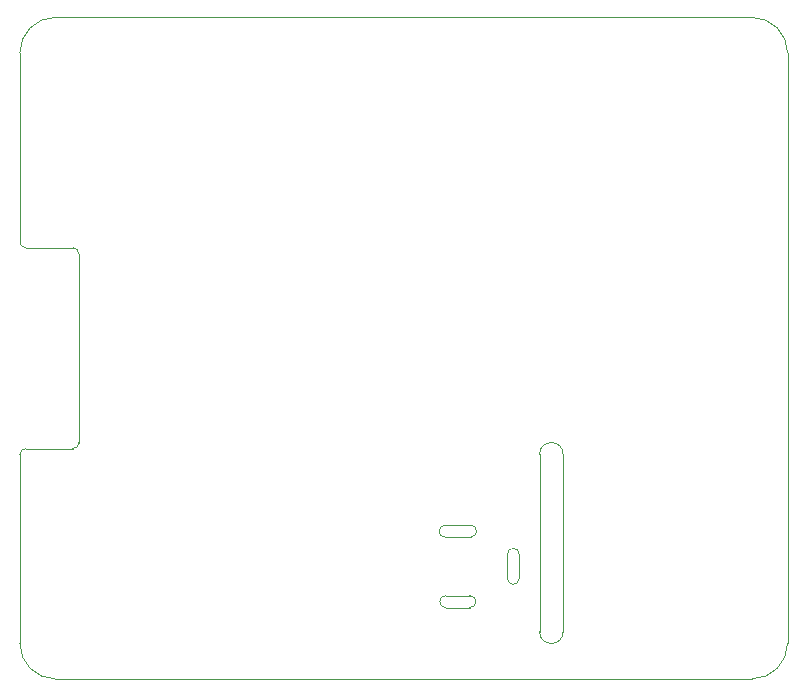
<source format=gm1>
G04 #@! TF.GenerationSoftware,KiCad,Pcbnew,(5.0.2)-1*
G04 #@! TF.CreationDate,2019-01-19T16:51:56-05:00*
G04 #@! TF.ProjectId,2019-Pi-Power,32303139-2d50-4692-9d50-6f7765722e6b,rev?*
G04 #@! TF.SameCoordinates,Original*
G04 #@! TF.FileFunction,Profile,NP*
%FSLAX46Y46*%
G04 Gerber Fmt 4.6, Leading zero omitted, Abs format (unit mm)*
G04 Created by KiCad (PCBNEW (5.0.2)-1) date 1/19/2019 4:51:56 PM*
%MOMM*%
%LPD*%
G01*
G04 APERTURE LIST*
%ADD10C,0.100000*%
G04 APERTURE END LIST*
D10*
X241275000Y-139459000D02*
X241275000Y-141491000D01*
X242291000Y-141491000D02*
G75*
G02X241275000Y-141491000I-508000J0D01*
G01*
X242291000Y-141491000D02*
X242291000Y-139459000D01*
X241275000Y-139459000D02*
G75*
G02X242291000Y-139459000I508000J0D01*
G01*
X238163500Y-136982500D02*
X236004500Y-136982500D01*
X236004500Y-137998500D02*
G75*
G02X236004500Y-136982500I0J508000D01*
G01*
X236004500Y-137998500D02*
X238163500Y-137998500D01*
X238163500Y-136982500D02*
G75*
G02X238163500Y-137998500I0J-508000D01*
G01*
X236068000Y-143967500D02*
X238100000Y-143967500D01*
X238100000Y-142951500D02*
X236068000Y-142951500D01*
X238100000Y-142951500D02*
G75*
G02X238100000Y-143967500I0J-508000D01*
G01*
X236068000Y-143967500D02*
G75*
G02X236068000Y-142951500I0J508000D01*
G01*
X244000000Y-146000000D02*
X244000000Y-131000000D01*
X246000000Y-131000000D02*
X246000000Y-146000000D01*
X246000000Y-131000000D02*
G75*
G03X244000000Y-131000000I-1000000J0D01*
G01*
X244000000Y-146000000D02*
G75*
G03X246000000Y-146000000I1000000J0D01*
G01*
X200499127Y-130500001D02*
G75*
G03X200000000Y-131000000I873J-499999D01*
G01*
X204500000Y-130500000D02*
G75*
G03X205000000Y-130000000I0J500000D01*
G01*
X200000000Y-113000000D02*
G75*
G03X200500000Y-113500000I500000J0D01*
G01*
X205000000Y-114000000D02*
G75*
G03X204500000Y-113500000I-500000J0D01*
G01*
X200000000Y-97000000D02*
X200000000Y-113000000D01*
X265000000Y-97000000D02*
G75*
G03X262000000Y-94000000I-3000000J0D01*
G01*
X262000000Y-150000000D02*
G75*
G03X265000000Y-147000000I0J3000000D01*
G01*
X200000000Y-147000000D02*
G75*
G03X203000000Y-150000000I3000000J0D01*
G01*
X203000000Y-94000000D02*
G75*
G03X200000000Y-97000000I0J-3000000D01*
G01*
X262000000Y-94000000D02*
X203000000Y-94000000D01*
X204500000Y-130500000D02*
X200500000Y-130500000D01*
X205000000Y-114000000D02*
X205000000Y-130000000D01*
X200500000Y-113500000D02*
X204500000Y-113500000D01*
X265000000Y-147000000D02*
X265000000Y-97000000D01*
X203000000Y-150000000D02*
X262000000Y-150000000D01*
X200000000Y-131000000D02*
X200000000Y-147000000D01*
M02*

</source>
